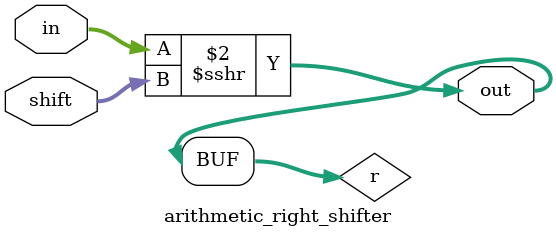
<source format=sv>
module arithmetic_right_shifter

#(parameter W=3)
(
  input logic signed [W-1:0] in,
  input logic [W-1:0] shift,
  output logic signed [W-1:0] out
);

logic signed [W-1:0] r;

always_comb begin
  r = in >>> shift;
end

assign out = r;

endmodule

</source>
